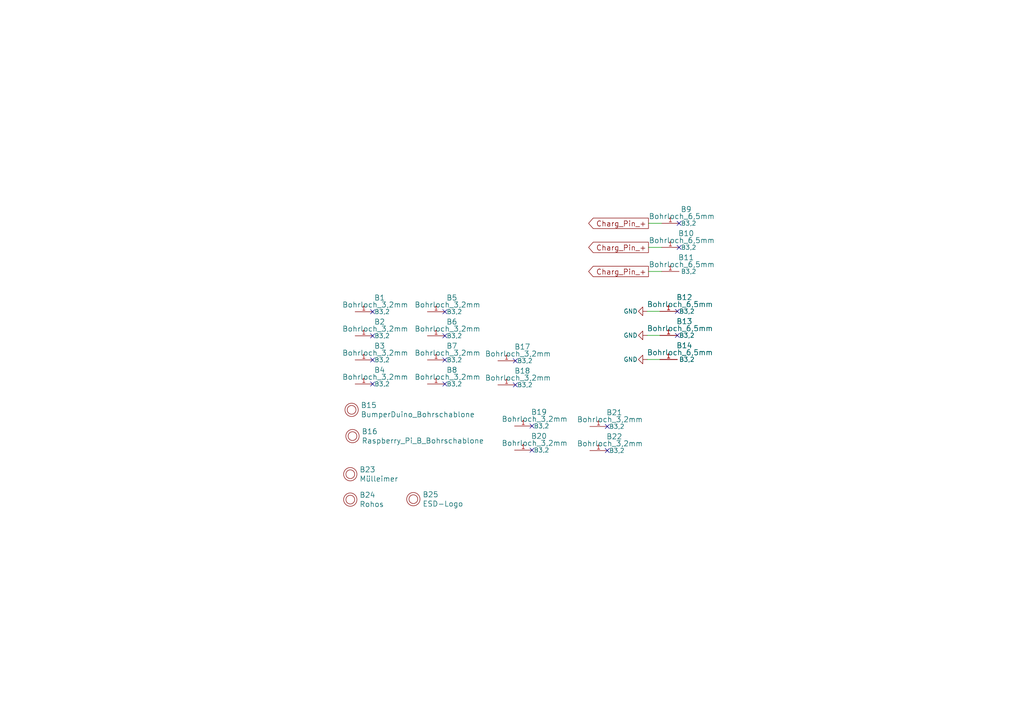
<source format=kicad_sch>
(kicad_sch (version 20210406) (generator eeschema)
  (paper "A4")
  (title_block (title "Ardumower shield SVN Version") (date "2021-01-18") (rev "1.4") (company "ML AG JL BS UZ") (comment 1 "Schaltplan und Layout UweZ"))
  (lib_symbols
    (symbol "ardumower-mega-shield-svn-rescue:Bohrloch_3,2mm-RESCUE-ardumower_mega_shield_svn"
      (property "Reference" "B" (at 7.112 4.064 0))
      (property "Value" "Bohrloch_3,2mm-RESCUE-ardumower_mega_shield_svn" (at 5.842 2.032 0))
      (symbol "Bohrloch_3,2mm-RESCUE-ardumower_mega_shield_svn_1_1"
        (pin input line (at 0 0 0) (length 5.08) (name "B3,2") (number "1"))
      )
    )
    (symbol "ardumower-mega-shield-svn-rescue:Bohrloch_3,2mm_ohne_Kupferfl_che-RESCUE-ardumower_mega_shield_svn"
      (property "Reference" "B" (at 7.112 4.064 0))
      (property "Value" "Bohrloch_3,2mm_ohne_Kupferfl_che-RESCUE-ardumower_mega_shield_svn" (at 5.842 2.032 0))
      (symbol "Bohrloch_3,2mm_ohne_Kupferfl_che-RESCUE-ardumower_mega_shield_svn_0_1"
        (circle (center 0 0) (radius 1.27))
        (circle (center 0 0) (radius 1.9304))
      )
    )
    (symbol "ardumower-mega-shield-svn-rescue:GND-RESCUE-ardumower_mega_shield_svn" (power) (pin_names (offset 0))
      (property "Value" "GND-RESCUE-ardumower_mega_shield_svn" (at 0 -3.81 0))
      (symbol "GND-RESCUE-ardumower_mega_shield_svn_0_1"
        (polyline (pts (xy 0 0) (xy 0 -1.27) (xy 1.27 -1.27) (xy 0 -2.54) (xy -1.27 -1.27) (xy 0 -1.27)))
      )
      (symbol "GND-RESCUE-ardumower_mega_shield_svn_1_1"
        (pin power_in line (at 0 0 270) (length 0) hide (name "GND") (number "1"))
      )
    )
  )
  (no_connect (at 108.077 90.424))
  (no_connect (at 108.077 97.409))
  (no_connect (at 108.077 104.394))
  (no_connect (at 108.077 111.379))
  (no_connect (at 129.032 90.424))
  (no_connect (at 129.032 97.409))
  (no_connect (at 129.032 104.394))
  (no_connect (at 129.032 111.379))
  (no_connect (at 149.479 104.648))
  (no_connect (at 149.479 111.633))
  (no_connect (at 154.305 123.571))
  (no_connect (at 154.305 130.556))
  (no_connect (at 176.149 123.698))
  (no_connect (at 176.149 130.683))
  (no_connect (at 196.469 90.297))
  (no_connect (at 196.469 97.282))
  (no_connect (at 196.977 64.77))
  (no_connect (at 196.977 71.755))
  (wire (pts (xy 187.706 90.297) (xy 191.389 90.297)))
  (wire (pts (xy 187.706 97.282) (xy 191.389 97.282)))
  (wire (pts (xy 187.706 104.267) (xy 191.389 104.267)))
  (wire (pts (xy 188.087 64.77) (xy 191.897 64.77)))
  (wire (pts (xy 188.087 71.755) (xy 191.897 71.755)))
  (wire (pts (xy 188.087 78.74) (xy 191.897 78.74)))
  (global_label "Charg_Pin_+" (shape output) (at 188.087 64.77 180) (effects (font (size 1.524 1.524))) (property "Intersheet References" "${INTERSHEET_REFS}" (effects hide)))
  (global_label "Charg_Pin_+" (shape output) (at 188.087 71.755 180) (effects (font (size 1.524 1.524))) (property "Intersheet References" "${INTERSHEET_REFS}" (effects hide)))
  (global_label "Charg_Pin_+" (shape output) (at 188.087 78.74 180) (effects (font (size 1.524 1.524))) (property "Intersheet References" "${INTERSHEET_REFS}" (effects hide)))
  (symbol (lib_id "ardumower-mega-shield-svn-rescue:Bohrloch_3,2mm-RESCUE-ardumower_mega_shield_svn") (at 102.997 90.424 0) (unit 1)
    (property "Reference" "B1" (at 110.109 86.36 0) (effects (font (size 1.524 1.524))))
    (property "Value" "Bohrloch_3,2mm" (at 108.839 88.392 0) (effects (font (size 1.524 1.524))))
    (property "Footprint" "Zimprich:Bohrloch_3,2mm" (effects hide))
  )
  (symbol (lib_id "ardumower-mega-shield-svn-rescue:Bohrloch_3,2mm-RESCUE-ardumower_mega_shield_svn") (at 102.997 97.409 0) (unit 1)
    (property "Reference" "B2" (at 110.109 93.345 0) (effects (font (size 1.524 1.524))))
    (property "Value" "Bohrloch_3,2mm" (at 108.839 95.377 0) (effects (font (size 1.524 1.524))))
    (property "Footprint" "Zimprich:Bohrloch_3,2mm" (effects hide))
  )
  (symbol (lib_id "ardumower-mega-shield-svn-rescue:Bohrloch_3,2mm-RESCUE-ardumower_mega_shield_svn") (at 102.997 104.394 0) (unit 1)
    (property "Reference" "B3" (at 110.109 100.33 0) (effects (font (size 1.524 1.524))))
    (property "Value" "Bohrloch_3,2mm" (at 108.839 102.362 0) (effects (font (size 1.524 1.524))))
    (property "Footprint" "Zimprich:Bohrloch_3,2mm" (effects hide))
  )
  (symbol (lib_id "ardumower-mega-shield-svn-rescue:Bohrloch_3,2mm-RESCUE-ardumower_mega_shield_svn") (at 102.997 111.379 0) (unit 1)
    (property "Reference" "B4" (at 110.109 107.315 0) (effects (font (size 1.524 1.524))))
    (property "Value" "Bohrloch_3,2mm" (at 108.839 109.347 0) (effects (font (size 1.524 1.524))))
    (property "Footprint" "Zimprich:Bohrloch_3,2mm" (effects hide))
  )
  (symbol (lib_id "ardumower-mega-shield-svn-rescue:Bohrloch_3,2mm-RESCUE-ardumower_mega_shield_svn") (at 123.952 90.424 0) (unit 1)
    (property "Reference" "B5" (at 131.064 86.36 0) (effects (font (size 1.524 1.524))))
    (property "Value" "Bohrloch_3,2mm" (at 129.794 88.392 0) (effects (font (size 1.524 1.524))))
    (property "Footprint" "Zimprich:Bohrloch_3,2mm" (effects hide))
  )
  (symbol (lib_id "ardumower-mega-shield-svn-rescue:Bohrloch_3,2mm-RESCUE-ardumower_mega_shield_svn") (at 123.952 97.409 0) (unit 1)
    (property "Reference" "B6" (at 131.064 93.345 0) (effects (font (size 1.524 1.524))))
    (property "Value" "Bohrloch_3,2mm" (at 129.794 95.377 0) (effects (font (size 1.524 1.524))))
    (property "Footprint" "Zimprich:Bohrloch_3,2mm" (effects hide))
  )
  (symbol (lib_id "ardumower-mega-shield-svn-rescue:Bohrloch_3,2mm-RESCUE-ardumower_mega_shield_svn") (at 123.952 104.394 0) (unit 1)
    (property "Reference" "B7" (at 131.064 100.33 0) (effects (font (size 1.524 1.524))))
    (property "Value" "Bohrloch_3,2mm" (at 129.794 102.362 0) (effects (font (size 1.524 1.524))))
    (property "Footprint" "Zimprich:Bohrloch_3,2mm" (effects hide))
  )
  (symbol (lib_id "ardumower-mega-shield-svn-rescue:Bohrloch_3,2mm-RESCUE-ardumower_mega_shield_svn") (at 123.952 111.379 0) (unit 1)
    (property "Reference" "B8" (at 131.064 107.315 0) (effects (font (size 1.524 1.524))))
    (property "Value" "Bohrloch_3,2mm" (at 129.794 109.347 0) (effects (font (size 1.524 1.524))))
    (property "Footprint" "Zimprich:Bohrloch_3,2mm" (effects hide))
  )
  (symbol (lib_id "ardumower-mega-shield-svn-rescue:Bohrloch_3,2mm-RESCUE-ardumower_mega_shield_svn") (at 144.399 104.648 0) (unit 1)
    (property "Reference" "B17" (at 151.511 100.584 0) (effects (font (size 1.524 1.524))))
    (property "Value" "Bohrloch_3,2mm" (at 150.241 102.616 0) (effects (font (size 1.524 1.524))))
    (property "Footprint" "Zimprich:Bohrloch_3,2mm" (effects hide))
  )
  (symbol (lib_id "ardumower-mega-shield-svn-rescue:Bohrloch_3,2mm-RESCUE-ardumower_mega_shield_svn") (at 144.399 111.633 0) (unit 1)
    (property "Reference" "B18" (at 151.511 107.569 0) (effects (font (size 1.524 1.524))))
    (property "Value" "Bohrloch_3,2mm" (at 150.241 109.601 0) (effects (font (size 1.524 1.524))))
    (property "Footprint" "Zimprich:Bohrloch_3,2mm" (effects hide))
  )
  (symbol (lib_id "ardumower-mega-shield-svn-rescue:Bohrloch_3,2mm-RESCUE-ardumower_mega_shield_svn") (at 149.225 123.571 0) (unit 1)
    (property "Reference" "B19" (at 156.337 119.507 0) (effects (font (size 1.524 1.524))))
    (property "Value" "Bohrloch_3,2mm" (at 155.067 121.539 0) (effects (font (size 1.524 1.524))))
    (property "Footprint" "Zimprich:Bohrloch_3,2mm" (effects hide))
  )
  (symbol (lib_id "ardumower-mega-shield-svn-rescue:Bohrloch_3,2mm-RESCUE-ardumower_mega_shield_svn") (at 149.225 130.556 0) (unit 1)
    (property "Reference" "B20" (at 156.337 126.492 0) (effects (font (size 1.524 1.524))))
    (property "Value" "Bohrloch_3,2mm" (at 155.067 128.524 0) (effects (font (size 1.524 1.524))))
    (property "Footprint" "Zimprich:Bohrloch_3,2mm" (effects hide))
  )
  (symbol (lib_id "ardumower-mega-shield-svn-rescue:Bohrloch_3,2mm-RESCUE-ardumower_mega_shield_svn") (at 171.069 123.698 0) (unit 1)
    (property "Reference" "B21" (at 178.181 119.634 0) (effects (font (size 1.524 1.524))))
    (property "Value" "Bohrloch_3,2mm" (at 176.911 121.666 0) (effects (font (size 1.524 1.524))))
    (property "Footprint" "Zimprich:Bohrloch_3,2mm" (effects hide))
  )
  (symbol (lib_id "ardumower-mega-shield-svn-rescue:Bohrloch_3,2mm-RESCUE-ardumower_mega_shield_svn") (at 171.069 130.683 0) (unit 1)
    (property "Reference" "B22" (at 178.181 126.619 0) (effects (font (size 1.524 1.524))))
    (property "Value" "Bohrloch_3,2mm" (at 176.911 128.651 0) (effects (font (size 1.524 1.524))))
    (property "Footprint" "Zimprich:Bohrloch_3,2mm" (effects hide))
  )
  (symbol (lib_id "ardumower-mega-shield-svn-rescue:Bohrloch_3,2mm-RESCUE-ardumower_mega_shield_svn") (at 191.389 90.297 0) (unit 1)
    (property "Reference" "B12" (at 198.501 86.233 0) (effects (font (size 1.524 1.524))))
    (property "Value" "Bohrloch_6,5mm" (at 197.231 88.265 0) (effects (font (size 1.524 1.524))))
    (property "Footprint" "Zimprich:Bohrloch_6,5mm" (effects hide))
  )
  (symbol (lib_id "ardumower-mega-shield-svn-rescue:Bohrloch_3,2mm-RESCUE-ardumower_mega_shield_svn") (at 191.389 97.282 0) (unit 1)
    (property "Reference" "B13" (at 198.501 93.218 0) (effects (font (size 1.524 1.524))))
    (property "Value" "Bohrloch_6,5mm" (at 197.231 95.25 0) (effects (font (size 1.524 1.524))))
    (property "Footprint" "Zimprich:Bohrloch_6,5mm" (effects hide))
  )
  (symbol (lib_id "ardumower-mega-shield-svn-rescue:Bohrloch_3,2mm-RESCUE-ardumower_mega_shield_svn") (at 191.389 104.267 0) (unit 1)
    (property "Reference" "B14" (at 198.501 100.203 0) (effects (font (size 1.524 1.524))))
    (property "Value" "Bohrloch_6,5mm" (at 197.231 102.235 0) (effects (font (size 1.524 1.524))))
    (property "Footprint" "Zimprich:Bohrloch_6,5mm" (effects hide))
  )
  (symbol (lib_id "ardumower-mega-shield-svn-rescue:Bohrloch_3,2mm-RESCUE-ardumower_mega_shield_svn") (at 191.897 64.77 0) (unit 1)
    (property "Reference" "B9" (at 199.009 60.706 0) (effects (font (size 1.524 1.524))))
    (property "Value" "Bohrloch_6,5mm" (at 197.739 62.738 0) (effects (font (size 1.524 1.524))))
    (property "Footprint" "Zimprich:Bohrloch_6,5mm" (effects hide))
  )
  (symbol (lib_id "ardumower-mega-shield-svn-rescue:Bohrloch_3,2mm-RESCUE-ardumower_mega_shield_svn") (at 191.897 71.755 0) (unit 1)
    (property "Reference" "B10" (at 199.009 67.691 0) (effects (font (size 1.524 1.524))))
    (property "Value" "Bohrloch_6,5mm" (at 197.739 69.723 0) (effects (font (size 1.524 1.524))))
    (property "Footprint" "Zimprich:Bohrloch_6,5mm" (effects hide))
  )
  (symbol (lib_id "ardumower-mega-shield-svn-rescue:Bohrloch_3,2mm-RESCUE-ardumower_mega_shield_svn") (at 191.897 78.74 0) (unit 1)
    (property "Reference" "B11" (at 199.009 74.676 0) (effects (font (size 1.524 1.524))))
    (property "Value" "Bohrloch_6,5mm" (at 197.739 76.708 0) (effects (font (size 1.524 1.524))))
    (property "Footprint" "Zimprich:Bohrloch_6,5mm" (effects hide))
  )
  (symbol (lib_id "ardumower-mega-shield-svn-rescue:GND-RESCUE-ardumower_mega_shield_svn") (at 187.706 90.297 270) (mirror x) (unit 1)
    (property "Reference" "#PWR0215" (effects hide))
    (property "Value" "GND" (at 182.88 90.297 90))
  )
  (symbol (lib_id "ardumower-mega-shield-svn-rescue:GND-RESCUE-ardumower_mega_shield_svn") (at 187.706 97.282 270) (mirror x) (unit 1)
    (property "Reference" "#PWR0214" (effects hide))
    (property "Value" "GND" (at 182.88 97.282 90))
  )
  (symbol (lib_id "ardumower-mega-shield-svn-rescue:GND-RESCUE-ardumower_mega_shield_svn") (at 187.706 104.267 270) (mirror x) (unit 1)
    (property "Reference" "#PWR0213" (effects hide))
    (property "Value" "GND" (at 182.88 104.267 90))
  )
  (symbol (lib_id "ardumower-mega-shield-svn-rescue:Bohrloch_3,2mm_ohne_Kupferfl_che-RESCUE-ardumower_mega_shield_svn") (at 101.6 137.541 0) (unit 1)
    (property "Reference" "B23" (at 104.2416 136.1948 0) (effects (font (size 1.524 1.524)) (justify left)))
    (property "Value" "Mülleimer" (at 104.2416 138.8872 0) (effects (font (size 1.524 1.524)) (justify left)))
    (property "Footprint" "Symbols:WEEE-Logo_8.4x12mm_SilkScreen" (effects hide))
  )
  (symbol (lib_id "ardumower-mega-shield-svn-rescue:Bohrloch_3,2mm_ohne_Kupferfl_che-RESCUE-ardumower_mega_shield_svn") (at 101.6 144.907 0) (unit 1)
    (property "Reference" "B24" (at 104.2416 143.5608 0) (effects (font (size 1.524 1.524)) (justify left)))
    (property "Value" "Rohos" (at 104.2416 146.2532 0) (effects (font (size 1.524 1.524)) (justify left)))
    (property "Footprint" "Symbols:RoHS-Logo_6mm_SilkScreen" (effects hide))
  )
  (symbol (lib_id "ardumower-mega-shield-svn-rescue:Bohrloch_3,2mm_ohne_Kupferfl_che-RESCUE-ardumower_mega_shield_svn") (at 101.981 118.872 0) (unit 1)
    (property "Reference" "B15" (at 104.6226 117.5258 0) (effects (font (size 1.524 1.524)) (justify left)))
    (property "Value" "BumperDuino_Bohrschablone" (at 104.6226 120.2182 0) (effects (font (size 1.524 1.524)) (justify left)))
    (property "Footprint" "Zimprich:BumperDuino_Bohrschablone" (effects hide))
  )
  (symbol (lib_id "ardumower-mega-shield-svn-rescue:Bohrloch_3,2mm_ohne_Kupferfl_che-RESCUE-ardumower_mega_shield_svn") (at 102.235 126.492 0) (unit 1)
    (property "Reference" "B16" (at 104.8766 125.1458 0) (effects (font (size 1.524 1.524)) (justify left)))
    (property "Value" "Raspberry_Pi_B_Bohrschablone" (at 104.8766 127.8382 0) (effects (font (size 1.524 1.524)) (justify left)))
    (property "Footprint" "Zimprich:Raspberry_Pi_B_Bohrschablone_Rueckseite" (effects hide))
  )
  (symbol (lib_id "ardumower-mega-shield-svn-rescue:Bohrloch_3,2mm_ohne_Kupferfl_che-RESCUE-ardumower_mega_shield_svn") (at 119.888 144.78 0) (unit 1)
    (property "Reference" "B25" (at 122.5296 143.4338 0) (effects (font (size 1.524 1.524)) (justify left)))
    (property "Value" "ESD-Logo" (at 122.5296 146.1262 0) (effects (font (size 1.524 1.524)) (justify left)))
    (property "Footprint" "Symbol:ESD-Logo_22x20mm_SilkScreen" (effects hide))
  )
)
</source>
